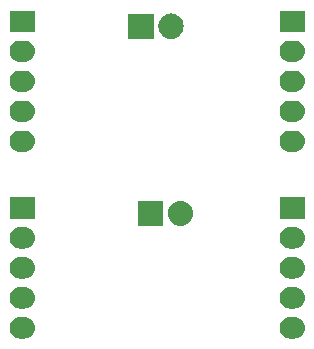
<source format=gbs>
%TF.GenerationSoftware,KiCad,Pcbnew,4.0.4+e1-6308~48~ubuntu16.04.1-stable*%
%TF.CreationDate,2017-01-02T12:50:36-08:00*%
%TF.ProjectId,mpu9250-breakout,6D7075393235302D627265616B6F7574,v1.0*%
%TF.FileFunction,Soldermask,Bot*%
%FSLAX46Y46*%
G04 Gerber Fmt 4.6, Leading zero omitted, Abs format (unit mm)*
G04 Created by KiCad (PCBNEW 4.0.4+e1-6308~48~ubuntu16.04.1-stable) date Mon Jan  2 12:50:36 2017*
%MOMM*%
%LPD*%
G01*
G04 APERTURE LIST*
%ADD10C,0.350000*%
G04 APERTURE END LIST*
D10*
G36*
X155616273Y-118508875D02*
X155616279Y-118508876D01*
X155618329Y-118508890D01*
X155795676Y-118528783D01*
X155965782Y-118582744D01*
X156122168Y-118668717D01*
X156258876Y-118783429D01*
X156370699Y-118922509D01*
X156453379Y-119080661D01*
X156503765Y-119251860D01*
X156503768Y-119251891D01*
X156503772Y-119251905D01*
X156519941Y-119429581D01*
X156501292Y-119607019D01*
X156501291Y-119607024D01*
X156501286Y-119607067D01*
X156448514Y-119777545D01*
X156363634Y-119934527D01*
X156249880Y-120072032D01*
X156111583Y-120184824D01*
X155954013Y-120268606D01*
X155783170Y-120320186D01*
X155605562Y-120337601D01*
X155290403Y-120337601D01*
X155279727Y-120337527D01*
X155279721Y-120337526D01*
X155277671Y-120337512D01*
X155100324Y-120317619D01*
X154930218Y-120263658D01*
X154773832Y-120177685D01*
X154637124Y-120062973D01*
X154525301Y-119923893D01*
X154442621Y-119765741D01*
X154392235Y-119594542D01*
X154392232Y-119594511D01*
X154392228Y-119594497D01*
X154376059Y-119416821D01*
X154394708Y-119239383D01*
X154394709Y-119239378D01*
X154394714Y-119239335D01*
X154447486Y-119068857D01*
X154532366Y-118911875D01*
X154646120Y-118774370D01*
X154784417Y-118661578D01*
X154941987Y-118577796D01*
X155112830Y-118526216D01*
X155290438Y-118508801D01*
X155605597Y-118508801D01*
X155616273Y-118508875D01*
X155616273Y-118508875D01*
G37*
G36*
X132756273Y-118508875D02*
X132756279Y-118508876D01*
X132758329Y-118508890D01*
X132935676Y-118528783D01*
X133105782Y-118582744D01*
X133262168Y-118668717D01*
X133398876Y-118783429D01*
X133510699Y-118922509D01*
X133593379Y-119080661D01*
X133643765Y-119251860D01*
X133643768Y-119251891D01*
X133643772Y-119251905D01*
X133659941Y-119429581D01*
X133641292Y-119607019D01*
X133641291Y-119607024D01*
X133641286Y-119607067D01*
X133588514Y-119777545D01*
X133503634Y-119934527D01*
X133389880Y-120072032D01*
X133251583Y-120184824D01*
X133094013Y-120268606D01*
X132923170Y-120320186D01*
X132745562Y-120337601D01*
X132430403Y-120337601D01*
X132419727Y-120337527D01*
X132419721Y-120337526D01*
X132417671Y-120337512D01*
X132240324Y-120317619D01*
X132070218Y-120263658D01*
X131913832Y-120177685D01*
X131777124Y-120062973D01*
X131665301Y-119923893D01*
X131582621Y-119765741D01*
X131532235Y-119594542D01*
X131532232Y-119594511D01*
X131532228Y-119594497D01*
X131516059Y-119416821D01*
X131534708Y-119239383D01*
X131534709Y-119239378D01*
X131534714Y-119239335D01*
X131587486Y-119068857D01*
X131672366Y-118911875D01*
X131786120Y-118774370D01*
X131924417Y-118661578D01*
X132081987Y-118577796D01*
X132252830Y-118526216D01*
X132430438Y-118508801D01*
X132745597Y-118508801D01*
X132756273Y-118508875D01*
X132756273Y-118508875D01*
G37*
G36*
X132756273Y-115968875D02*
X132756279Y-115968876D01*
X132758329Y-115968890D01*
X132935676Y-115988783D01*
X133105782Y-116042744D01*
X133262168Y-116128717D01*
X133398876Y-116243429D01*
X133510699Y-116382509D01*
X133593379Y-116540661D01*
X133643765Y-116711860D01*
X133643768Y-116711891D01*
X133643772Y-116711905D01*
X133659941Y-116889581D01*
X133641292Y-117067019D01*
X133641291Y-117067024D01*
X133641286Y-117067067D01*
X133588514Y-117237545D01*
X133503634Y-117394527D01*
X133389880Y-117532032D01*
X133251583Y-117644824D01*
X133094013Y-117728606D01*
X132923170Y-117780186D01*
X132745562Y-117797601D01*
X132430403Y-117797601D01*
X132419727Y-117797527D01*
X132419721Y-117797526D01*
X132417671Y-117797512D01*
X132240324Y-117777619D01*
X132070218Y-117723658D01*
X131913832Y-117637685D01*
X131777124Y-117522973D01*
X131665301Y-117383893D01*
X131582621Y-117225741D01*
X131532235Y-117054542D01*
X131532232Y-117054511D01*
X131532228Y-117054497D01*
X131516059Y-116876821D01*
X131534708Y-116699383D01*
X131534709Y-116699378D01*
X131534714Y-116699335D01*
X131587486Y-116528857D01*
X131672366Y-116371875D01*
X131786120Y-116234370D01*
X131924417Y-116121578D01*
X132081987Y-116037796D01*
X132252830Y-115986216D01*
X132430438Y-115968801D01*
X132745597Y-115968801D01*
X132756273Y-115968875D01*
X132756273Y-115968875D01*
G37*
G36*
X155616273Y-115968875D02*
X155616279Y-115968876D01*
X155618329Y-115968890D01*
X155795676Y-115988783D01*
X155965782Y-116042744D01*
X156122168Y-116128717D01*
X156258876Y-116243429D01*
X156370699Y-116382509D01*
X156453379Y-116540661D01*
X156503765Y-116711860D01*
X156503768Y-116711891D01*
X156503772Y-116711905D01*
X156519941Y-116889581D01*
X156501292Y-117067019D01*
X156501291Y-117067024D01*
X156501286Y-117067067D01*
X156448514Y-117237545D01*
X156363634Y-117394527D01*
X156249880Y-117532032D01*
X156111583Y-117644824D01*
X155954013Y-117728606D01*
X155783170Y-117780186D01*
X155605562Y-117797601D01*
X155290403Y-117797601D01*
X155279727Y-117797527D01*
X155279721Y-117797526D01*
X155277671Y-117797512D01*
X155100324Y-117777619D01*
X154930218Y-117723658D01*
X154773832Y-117637685D01*
X154637124Y-117522973D01*
X154525301Y-117383893D01*
X154442621Y-117225741D01*
X154392235Y-117054542D01*
X154392232Y-117054511D01*
X154392228Y-117054497D01*
X154376059Y-116876821D01*
X154394708Y-116699383D01*
X154394709Y-116699378D01*
X154394714Y-116699335D01*
X154447486Y-116528857D01*
X154532366Y-116371875D01*
X154646120Y-116234370D01*
X154784417Y-116121578D01*
X154941987Y-116037796D01*
X155112830Y-115986216D01*
X155290438Y-115968801D01*
X155605597Y-115968801D01*
X155616273Y-115968875D01*
X155616273Y-115968875D01*
G37*
G36*
X155616273Y-113428875D02*
X155616279Y-113428876D01*
X155618329Y-113428890D01*
X155795676Y-113448783D01*
X155965782Y-113502744D01*
X156122168Y-113588717D01*
X156258876Y-113703429D01*
X156370699Y-113842509D01*
X156453379Y-114000661D01*
X156503765Y-114171860D01*
X156503768Y-114171891D01*
X156503772Y-114171905D01*
X156519941Y-114349581D01*
X156501292Y-114527019D01*
X156501291Y-114527024D01*
X156501286Y-114527067D01*
X156448514Y-114697545D01*
X156363634Y-114854527D01*
X156249880Y-114992032D01*
X156111583Y-115104824D01*
X155954013Y-115188606D01*
X155783170Y-115240186D01*
X155605562Y-115257601D01*
X155290403Y-115257601D01*
X155279727Y-115257527D01*
X155279721Y-115257526D01*
X155277671Y-115257512D01*
X155100324Y-115237619D01*
X154930218Y-115183658D01*
X154773832Y-115097685D01*
X154637124Y-114982973D01*
X154525301Y-114843893D01*
X154442621Y-114685741D01*
X154392235Y-114514542D01*
X154392232Y-114514511D01*
X154392228Y-114514497D01*
X154376059Y-114336821D01*
X154394708Y-114159383D01*
X154394709Y-114159378D01*
X154394714Y-114159335D01*
X154447486Y-113988857D01*
X154532366Y-113831875D01*
X154646120Y-113694370D01*
X154784417Y-113581578D01*
X154941987Y-113497796D01*
X155112830Y-113446216D01*
X155290438Y-113428801D01*
X155605597Y-113428801D01*
X155616273Y-113428875D01*
X155616273Y-113428875D01*
G37*
G36*
X132756273Y-113428875D02*
X132756279Y-113428876D01*
X132758329Y-113428890D01*
X132935676Y-113448783D01*
X133105782Y-113502744D01*
X133262168Y-113588717D01*
X133398876Y-113703429D01*
X133510699Y-113842509D01*
X133593379Y-114000661D01*
X133643765Y-114171860D01*
X133643768Y-114171891D01*
X133643772Y-114171905D01*
X133659941Y-114349581D01*
X133641292Y-114527019D01*
X133641291Y-114527024D01*
X133641286Y-114527067D01*
X133588514Y-114697545D01*
X133503634Y-114854527D01*
X133389880Y-114992032D01*
X133251583Y-115104824D01*
X133094013Y-115188606D01*
X132923170Y-115240186D01*
X132745562Y-115257601D01*
X132430403Y-115257601D01*
X132419727Y-115257527D01*
X132419721Y-115257526D01*
X132417671Y-115257512D01*
X132240324Y-115237619D01*
X132070218Y-115183658D01*
X131913832Y-115097685D01*
X131777124Y-114982973D01*
X131665301Y-114843893D01*
X131582621Y-114685741D01*
X131532235Y-114514542D01*
X131532232Y-114514511D01*
X131532228Y-114514497D01*
X131516059Y-114336821D01*
X131534708Y-114159383D01*
X131534709Y-114159378D01*
X131534714Y-114159335D01*
X131587486Y-113988857D01*
X131672366Y-113831875D01*
X131786120Y-113694370D01*
X131924417Y-113581578D01*
X132081987Y-113497796D01*
X132252830Y-113446216D01*
X132430438Y-113428801D01*
X132745597Y-113428801D01*
X132756273Y-113428875D01*
X132756273Y-113428875D01*
G37*
G36*
X155616273Y-110888875D02*
X155616279Y-110888876D01*
X155618329Y-110888890D01*
X155795676Y-110908783D01*
X155965782Y-110962744D01*
X156122168Y-111048717D01*
X156258876Y-111163429D01*
X156370699Y-111302509D01*
X156453379Y-111460661D01*
X156503765Y-111631860D01*
X156503768Y-111631891D01*
X156503772Y-111631905D01*
X156519941Y-111809581D01*
X156501292Y-111987019D01*
X156501291Y-111987024D01*
X156501286Y-111987067D01*
X156448514Y-112157545D01*
X156363634Y-112314527D01*
X156249880Y-112452032D01*
X156111583Y-112564824D01*
X155954013Y-112648606D01*
X155783170Y-112700186D01*
X155605562Y-112717601D01*
X155290403Y-112717601D01*
X155279727Y-112717527D01*
X155279721Y-112717526D01*
X155277671Y-112717512D01*
X155100324Y-112697619D01*
X154930218Y-112643658D01*
X154773832Y-112557685D01*
X154637124Y-112442973D01*
X154525301Y-112303893D01*
X154442621Y-112145741D01*
X154392235Y-111974542D01*
X154392232Y-111974511D01*
X154392228Y-111974497D01*
X154376059Y-111796821D01*
X154394708Y-111619383D01*
X154394709Y-111619378D01*
X154394714Y-111619335D01*
X154447486Y-111448857D01*
X154532366Y-111291875D01*
X154646120Y-111154370D01*
X154784417Y-111041578D01*
X154941987Y-110957796D01*
X155112830Y-110906216D01*
X155290438Y-110888801D01*
X155605597Y-110888801D01*
X155616273Y-110888875D01*
X155616273Y-110888875D01*
G37*
G36*
X132756273Y-110888875D02*
X132756279Y-110888876D01*
X132758329Y-110888890D01*
X132935676Y-110908783D01*
X133105782Y-110962744D01*
X133262168Y-111048717D01*
X133398876Y-111163429D01*
X133510699Y-111302509D01*
X133593379Y-111460661D01*
X133643765Y-111631860D01*
X133643768Y-111631891D01*
X133643772Y-111631905D01*
X133659941Y-111809581D01*
X133641292Y-111987019D01*
X133641291Y-111987024D01*
X133641286Y-111987067D01*
X133588514Y-112157545D01*
X133503634Y-112314527D01*
X133389880Y-112452032D01*
X133251583Y-112564824D01*
X133094013Y-112648606D01*
X132923170Y-112700186D01*
X132745562Y-112717601D01*
X132430403Y-112717601D01*
X132419727Y-112717527D01*
X132419721Y-112717526D01*
X132417671Y-112717512D01*
X132240324Y-112697619D01*
X132070218Y-112643658D01*
X131913832Y-112557685D01*
X131777124Y-112442973D01*
X131665301Y-112303893D01*
X131582621Y-112145741D01*
X131532235Y-111974542D01*
X131532232Y-111974511D01*
X131532228Y-111974497D01*
X131516059Y-111796821D01*
X131534708Y-111619383D01*
X131534709Y-111619378D01*
X131534714Y-111619335D01*
X131587486Y-111448857D01*
X131672366Y-111291875D01*
X131786120Y-111154370D01*
X131924417Y-111041578D01*
X132081987Y-110957796D01*
X132252830Y-110906216D01*
X132430438Y-110888801D01*
X132745597Y-110888801D01*
X132756273Y-110888875D01*
X132756273Y-110888875D01*
G37*
G36*
X146200963Y-108677821D02*
X146200968Y-108677823D01*
X146201010Y-108677827D01*
X146399902Y-108739394D01*
X146583047Y-108838421D01*
X146743470Y-108971134D01*
X146875060Y-109132480D01*
X146972806Y-109316312D01*
X147032983Y-109515629D01*
X147053300Y-109722838D01*
X147053300Y-109733196D01*
X147053211Y-109746001D01*
X147053210Y-109746007D01*
X147053196Y-109748057D01*
X147029988Y-109954962D01*
X146967034Y-110153419D01*
X146866731Y-110335869D01*
X146732901Y-110495361D01*
X146570640Y-110625822D01*
X146386130Y-110722282D01*
X146186398Y-110781066D01*
X146186362Y-110781069D01*
X146186353Y-110781072D01*
X145979055Y-110799938D01*
X145772037Y-110778179D01*
X145772032Y-110778177D01*
X145771990Y-110778173D01*
X145573098Y-110716606D01*
X145389953Y-110617579D01*
X145229530Y-110484866D01*
X145097940Y-110323520D01*
X145000194Y-110139688D01*
X144940017Y-109940371D01*
X144919700Y-109733162D01*
X144919700Y-109722804D01*
X144919789Y-109709999D01*
X144919790Y-109709993D01*
X144919804Y-109707943D01*
X144943012Y-109501038D01*
X145005966Y-109302581D01*
X145106269Y-109120131D01*
X145240099Y-108960639D01*
X145402360Y-108830178D01*
X145586870Y-108733718D01*
X145786602Y-108674934D01*
X145786638Y-108674931D01*
X145786647Y-108674928D01*
X145993945Y-108656062D01*
X146200963Y-108677821D01*
X146200963Y-108677821D01*
G37*
G36*
X144513300Y-110794800D02*
X142379700Y-110794800D01*
X142379700Y-108661200D01*
X144513300Y-108661200D01*
X144513300Y-110794800D01*
X144513300Y-110794800D01*
G37*
G36*
X156514800Y-110177601D02*
X154381200Y-110177601D01*
X154381200Y-108348801D01*
X156514800Y-108348801D01*
X156514800Y-110177601D01*
X156514800Y-110177601D01*
G37*
G36*
X133654800Y-110177601D02*
X131521200Y-110177601D01*
X131521200Y-108348801D01*
X133654800Y-108348801D01*
X133654800Y-110177601D01*
X133654800Y-110177601D01*
G37*
G36*
X155616273Y-102717674D02*
X155616279Y-102717675D01*
X155618329Y-102717689D01*
X155795676Y-102737582D01*
X155965782Y-102791543D01*
X156122168Y-102877516D01*
X156258876Y-102992228D01*
X156370699Y-103131308D01*
X156453379Y-103289460D01*
X156503765Y-103460659D01*
X156503768Y-103460690D01*
X156503772Y-103460704D01*
X156519941Y-103638380D01*
X156501292Y-103815818D01*
X156501291Y-103815823D01*
X156501286Y-103815866D01*
X156448514Y-103986344D01*
X156363634Y-104143326D01*
X156249880Y-104280831D01*
X156111583Y-104393623D01*
X155954013Y-104477405D01*
X155783170Y-104528985D01*
X155605562Y-104546400D01*
X155290403Y-104546400D01*
X155279727Y-104546326D01*
X155279721Y-104546325D01*
X155277671Y-104546311D01*
X155100324Y-104526418D01*
X154930218Y-104472457D01*
X154773832Y-104386484D01*
X154637124Y-104271772D01*
X154525301Y-104132692D01*
X154442621Y-103974540D01*
X154392235Y-103803341D01*
X154392232Y-103803310D01*
X154392228Y-103803296D01*
X154376059Y-103625620D01*
X154394708Y-103448182D01*
X154394709Y-103448177D01*
X154394714Y-103448134D01*
X154447486Y-103277656D01*
X154532366Y-103120674D01*
X154646120Y-102983169D01*
X154784417Y-102870377D01*
X154941987Y-102786595D01*
X155112830Y-102735015D01*
X155290438Y-102717600D01*
X155605597Y-102717600D01*
X155616273Y-102717674D01*
X155616273Y-102717674D01*
G37*
G36*
X132756273Y-102717674D02*
X132756279Y-102717675D01*
X132758329Y-102717689D01*
X132935676Y-102737582D01*
X133105782Y-102791543D01*
X133262168Y-102877516D01*
X133398876Y-102992228D01*
X133510699Y-103131308D01*
X133593379Y-103289460D01*
X133643765Y-103460659D01*
X133643768Y-103460690D01*
X133643772Y-103460704D01*
X133659941Y-103638380D01*
X133641292Y-103815818D01*
X133641291Y-103815823D01*
X133641286Y-103815866D01*
X133588514Y-103986344D01*
X133503634Y-104143326D01*
X133389880Y-104280831D01*
X133251583Y-104393623D01*
X133094013Y-104477405D01*
X132923170Y-104528985D01*
X132745562Y-104546400D01*
X132430403Y-104546400D01*
X132419727Y-104546326D01*
X132419721Y-104546325D01*
X132417671Y-104546311D01*
X132240324Y-104526418D01*
X132070218Y-104472457D01*
X131913832Y-104386484D01*
X131777124Y-104271772D01*
X131665301Y-104132692D01*
X131582621Y-103974540D01*
X131532235Y-103803341D01*
X131532232Y-103803310D01*
X131532228Y-103803296D01*
X131516059Y-103625620D01*
X131534708Y-103448182D01*
X131534709Y-103448177D01*
X131534714Y-103448134D01*
X131587486Y-103277656D01*
X131672366Y-103120674D01*
X131786120Y-102983169D01*
X131924417Y-102870377D01*
X132081987Y-102786595D01*
X132252830Y-102735015D01*
X132430438Y-102717600D01*
X132745597Y-102717600D01*
X132756273Y-102717674D01*
X132756273Y-102717674D01*
G37*
G36*
X132756273Y-100177674D02*
X132756279Y-100177675D01*
X132758329Y-100177689D01*
X132935676Y-100197582D01*
X133105782Y-100251543D01*
X133262168Y-100337516D01*
X133398876Y-100452228D01*
X133510699Y-100591308D01*
X133593379Y-100749460D01*
X133643765Y-100920659D01*
X133643768Y-100920690D01*
X133643772Y-100920704D01*
X133659941Y-101098380D01*
X133641292Y-101275818D01*
X133641291Y-101275823D01*
X133641286Y-101275866D01*
X133588514Y-101446344D01*
X133503634Y-101603326D01*
X133389880Y-101740831D01*
X133251583Y-101853623D01*
X133094013Y-101937405D01*
X132923170Y-101988985D01*
X132745562Y-102006400D01*
X132430403Y-102006400D01*
X132419727Y-102006326D01*
X132419721Y-102006325D01*
X132417671Y-102006311D01*
X132240324Y-101986418D01*
X132070218Y-101932457D01*
X131913832Y-101846484D01*
X131777124Y-101731772D01*
X131665301Y-101592692D01*
X131582621Y-101434540D01*
X131532235Y-101263341D01*
X131532232Y-101263310D01*
X131532228Y-101263296D01*
X131516059Y-101085620D01*
X131534708Y-100908182D01*
X131534709Y-100908177D01*
X131534714Y-100908134D01*
X131587486Y-100737656D01*
X131672366Y-100580674D01*
X131786120Y-100443169D01*
X131924417Y-100330377D01*
X132081987Y-100246595D01*
X132252830Y-100195015D01*
X132430438Y-100177600D01*
X132745597Y-100177600D01*
X132756273Y-100177674D01*
X132756273Y-100177674D01*
G37*
G36*
X155616273Y-100177674D02*
X155616279Y-100177675D01*
X155618329Y-100177689D01*
X155795676Y-100197582D01*
X155965782Y-100251543D01*
X156122168Y-100337516D01*
X156258876Y-100452228D01*
X156370699Y-100591308D01*
X156453379Y-100749460D01*
X156503765Y-100920659D01*
X156503768Y-100920690D01*
X156503772Y-100920704D01*
X156519941Y-101098380D01*
X156501292Y-101275818D01*
X156501291Y-101275823D01*
X156501286Y-101275866D01*
X156448514Y-101446344D01*
X156363634Y-101603326D01*
X156249880Y-101740831D01*
X156111583Y-101853623D01*
X155954013Y-101937405D01*
X155783170Y-101988985D01*
X155605562Y-102006400D01*
X155290403Y-102006400D01*
X155279727Y-102006326D01*
X155279721Y-102006325D01*
X155277671Y-102006311D01*
X155100324Y-101986418D01*
X154930218Y-101932457D01*
X154773832Y-101846484D01*
X154637124Y-101731772D01*
X154525301Y-101592692D01*
X154442621Y-101434540D01*
X154392235Y-101263341D01*
X154392232Y-101263310D01*
X154392228Y-101263296D01*
X154376059Y-101085620D01*
X154394708Y-100908182D01*
X154394709Y-100908177D01*
X154394714Y-100908134D01*
X154447486Y-100737656D01*
X154532366Y-100580674D01*
X154646120Y-100443169D01*
X154784417Y-100330377D01*
X154941987Y-100246595D01*
X155112830Y-100195015D01*
X155290438Y-100177600D01*
X155605597Y-100177600D01*
X155616273Y-100177674D01*
X155616273Y-100177674D01*
G37*
G36*
X155616273Y-97637674D02*
X155616279Y-97637675D01*
X155618329Y-97637689D01*
X155795676Y-97657582D01*
X155965782Y-97711543D01*
X156122168Y-97797516D01*
X156258876Y-97912228D01*
X156370699Y-98051308D01*
X156453379Y-98209460D01*
X156503765Y-98380659D01*
X156503768Y-98380690D01*
X156503772Y-98380704D01*
X156519941Y-98558380D01*
X156501292Y-98735818D01*
X156501291Y-98735823D01*
X156501286Y-98735866D01*
X156448514Y-98906344D01*
X156363634Y-99063326D01*
X156249880Y-99200831D01*
X156111583Y-99313623D01*
X155954013Y-99397405D01*
X155783170Y-99448985D01*
X155605562Y-99466400D01*
X155290403Y-99466400D01*
X155279727Y-99466326D01*
X155279721Y-99466325D01*
X155277671Y-99466311D01*
X155100324Y-99446418D01*
X154930218Y-99392457D01*
X154773832Y-99306484D01*
X154637124Y-99191772D01*
X154525301Y-99052692D01*
X154442621Y-98894540D01*
X154392235Y-98723341D01*
X154392232Y-98723310D01*
X154392228Y-98723296D01*
X154376059Y-98545620D01*
X154394708Y-98368182D01*
X154394709Y-98368177D01*
X154394714Y-98368134D01*
X154447486Y-98197656D01*
X154532366Y-98040674D01*
X154646120Y-97903169D01*
X154784417Y-97790377D01*
X154941987Y-97706595D01*
X155112830Y-97655015D01*
X155290438Y-97637600D01*
X155605597Y-97637600D01*
X155616273Y-97637674D01*
X155616273Y-97637674D01*
G37*
G36*
X132756273Y-97637674D02*
X132756279Y-97637675D01*
X132758329Y-97637689D01*
X132935676Y-97657582D01*
X133105782Y-97711543D01*
X133262168Y-97797516D01*
X133398876Y-97912228D01*
X133510699Y-98051308D01*
X133593379Y-98209460D01*
X133643765Y-98380659D01*
X133643768Y-98380690D01*
X133643772Y-98380704D01*
X133659941Y-98558380D01*
X133641292Y-98735818D01*
X133641291Y-98735823D01*
X133641286Y-98735866D01*
X133588514Y-98906344D01*
X133503634Y-99063326D01*
X133389880Y-99200831D01*
X133251583Y-99313623D01*
X133094013Y-99397405D01*
X132923170Y-99448985D01*
X132745562Y-99466400D01*
X132430403Y-99466400D01*
X132419727Y-99466326D01*
X132419721Y-99466325D01*
X132417671Y-99466311D01*
X132240324Y-99446418D01*
X132070218Y-99392457D01*
X131913832Y-99306484D01*
X131777124Y-99191772D01*
X131665301Y-99052692D01*
X131582621Y-98894540D01*
X131532235Y-98723341D01*
X131532232Y-98723310D01*
X131532228Y-98723296D01*
X131516059Y-98545620D01*
X131534708Y-98368182D01*
X131534709Y-98368177D01*
X131534714Y-98368134D01*
X131587486Y-98197656D01*
X131672366Y-98040674D01*
X131786120Y-97903169D01*
X131924417Y-97790377D01*
X132081987Y-97706595D01*
X132252830Y-97655015D01*
X132430438Y-97637600D01*
X132745597Y-97637600D01*
X132756273Y-97637674D01*
X132756273Y-97637674D01*
G37*
G36*
X132756273Y-95097674D02*
X132756279Y-95097675D01*
X132758329Y-95097689D01*
X132935676Y-95117582D01*
X133105782Y-95171543D01*
X133262168Y-95257516D01*
X133398876Y-95372228D01*
X133510699Y-95511308D01*
X133593379Y-95669460D01*
X133643765Y-95840659D01*
X133643768Y-95840690D01*
X133643772Y-95840704D01*
X133659941Y-96018380D01*
X133641292Y-96195818D01*
X133641291Y-96195823D01*
X133641286Y-96195866D01*
X133588514Y-96366344D01*
X133503634Y-96523326D01*
X133389880Y-96660831D01*
X133251583Y-96773623D01*
X133094013Y-96857405D01*
X132923170Y-96908985D01*
X132745562Y-96926400D01*
X132430403Y-96926400D01*
X132419727Y-96926326D01*
X132419721Y-96926325D01*
X132417671Y-96926311D01*
X132240324Y-96906418D01*
X132070218Y-96852457D01*
X131913832Y-96766484D01*
X131777124Y-96651772D01*
X131665301Y-96512692D01*
X131582621Y-96354540D01*
X131532235Y-96183341D01*
X131532232Y-96183310D01*
X131532228Y-96183296D01*
X131516059Y-96005620D01*
X131534708Y-95828182D01*
X131534709Y-95828177D01*
X131534714Y-95828134D01*
X131587486Y-95657656D01*
X131672366Y-95500674D01*
X131786120Y-95363169D01*
X131924417Y-95250377D01*
X132081987Y-95166595D01*
X132252830Y-95115015D01*
X132430438Y-95097600D01*
X132745597Y-95097600D01*
X132756273Y-95097674D01*
X132756273Y-95097674D01*
G37*
G36*
X155616273Y-95097674D02*
X155616279Y-95097675D01*
X155618329Y-95097689D01*
X155795676Y-95117582D01*
X155965782Y-95171543D01*
X156122168Y-95257516D01*
X156258876Y-95372228D01*
X156370699Y-95511308D01*
X156453379Y-95669460D01*
X156503765Y-95840659D01*
X156503768Y-95840690D01*
X156503772Y-95840704D01*
X156519941Y-96018380D01*
X156501292Y-96195818D01*
X156501291Y-96195823D01*
X156501286Y-96195866D01*
X156448514Y-96366344D01*
X156363634Y-96523326D01*
X156249880Y-96660831D01*
X156111583Y-96773623D01*
X155954013Y-96857405D01*
X155783170Y-96908985D01*
X155605562Y-96926400D01*
X155290403Y-96926400D01*
X155279727Y-96926326D01*
X155279721Y-96926325D01*
X155277671Y-96926311D01*
X155100324Y-96906418D01*
X154930218Y-96852457D01*
X154773832Y-96766484D01*
X154637124Y-96651772D01*
X154525301Y-96512692D01*
X154442621Y-96354540D01*
X154392235Y-96183341D01*
X154392232Y-96183310D01*
X154392228Y-96183296D01*
X154376059Y-96005620D01*
X154394708Y-95828182D01*
X154394709Y-95828177D01*
X154394714Y-95828134D01*
X154447486Y-95657656D01*
X154532366Y-95500674D01*
X154646120Y-95363169D01*
X154784417Y-95250377D01*
X154941987Y-95166595D01*
X155112830Y-95115015D01*
X155290438Y-95097600D01*
X155605597Y-95097600D01*
X155616273Y-95097674D01*
X155616273Y-95097674D01*
G37*
G36*
X145400863Y-92828221D02*
X145400868Y-92828223D01*
X145400910Y-92828227D01*
X145599802Y-92889794D01*
X145782947Y-92988821D01*
X145943370Y-93121534D01*
X146074960Y-93282880D01*
X146172706Y-93466712D01*
X146232883Y-93666029D01*
X146253200Y-93873238D01*
X146253200Y-93883596D01*
X146253111Y-93896401D01*
X146253110Y-93896407D01*
X146253096Y-93898457D01*
X146229888Y-94105362D01*
X146166934Y-94303819D01*
X146066631Y-94486269D01*
X145932801Y-94645761D01*
X145770540Y-94776222D01*
X145586030Y-94872682D01*
X145386298Y-94931466D01*
X145386262Y-94931469D01*
X145386253Y-94931472D01*
X145178955Y-94950338D01*
X144971937Y-94928579D01*
X144971932Y-94928577D01*
X144971890Y-94928573D01*
X144772998Y-94867006D01*
X144589853Y-94767979D01*
X144429430Y-94635266D01*
X144297840Y-94473920D01*
X144200094Y-94290088D01*
X144139917Y-94090771D01*
X144119600Y-93883562D01*
X144119600Y-93873204D01*
X144119689Y-93860399D01*
X144119690Y-93860393D01*
X144119704Y-93858343D01*
X144142912Y-93651438D01*
X144205866Y-93452981D01*
X144306169Y-93270531D01*
X144439999Y-93111039D01*
X144602260Y-92980578D01*
X144786770Y-92884118D01*
X144986502Y-92825334D01*
X144986538Y-92825331D01*
X144986547Y-92825328D01*
X145193845Y-92806462D01*
X145400863Y-92828221D01*
X145400863Y-92828221D01*
G37*
G36*
X143713200Y-94945200D02*
X141579600Y-94945200D01*
X141579600Y-92811600D01*
X143713200Y-92811600D01*
X143713200Y-94945200D01*
X143713200Y-94945200D01*
G37*
G36*
X133654800Y-94386400D02*
X131521200Y-94386400D01*
X131521200Y-92557600D01*
X133654800Y-92557600D01*
X133654800Y-94386400D01*
X133654800Y-94386400D01*
G37*
G36*
X156514800Y-94386400D02*
X154381200Y-94386400D01*
X154381200Y-92557600D01*
X156514800Y-92557600D01*
X156514800Y-94386400D01*
X156514800Y-94386400D01*
G37*
M02*

</source>
